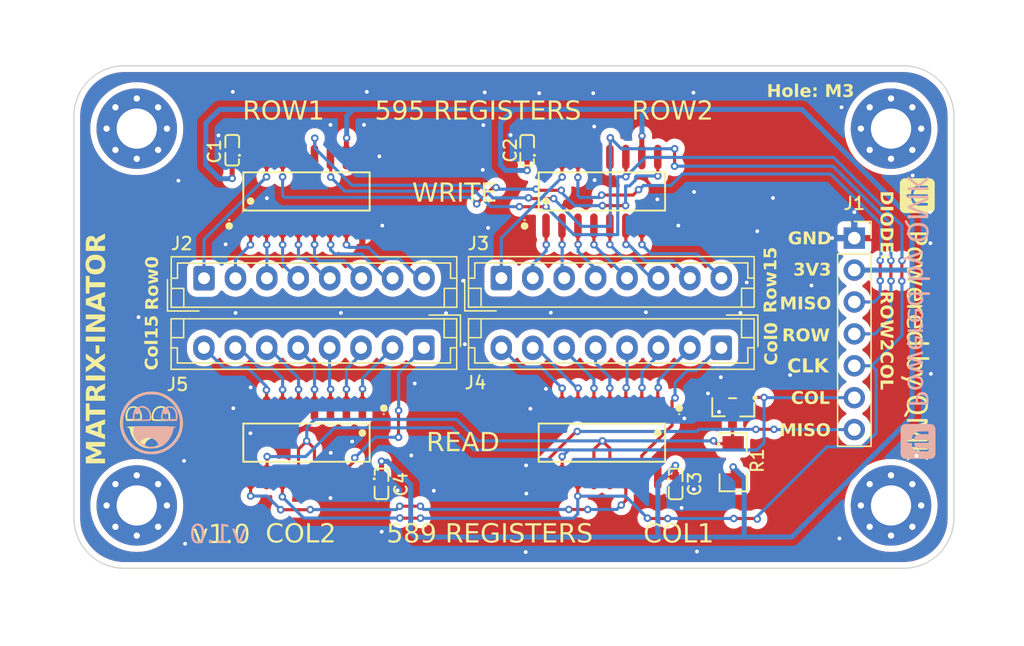
<source format=kicad_pcb>
(kicad_pcb (version 20221018) (generator pcbnew)
  (layers (0 "F.Cu" signal) (31 "B.Cu" signal) (34 "B.Paste" user) (35 "F.Paste" user) (36 "B.SilkS" user "B.Silkscreen") (37 "F.SilkS" user "F.Silkscreen") (38 "B.Mask" user) (39 "F.Mask" user) (44 "Edge.Cuts" user))
  (net 0 "")
  (net 1 "+3V3")
  (net 2 "GND")
  (net 3 "COL_CS")
  (net 4 "COL_CS_MOS")
  (net 5 "SPI_MOSI")
  (net 6 "SPI_MISO")
  (net 7 "SPI_CLK")
  (net 8 "ROW_CS")
  (net 9 "col1")
  (net 10 "col2")
  (net 11 "col3")
  (net 12 "col4")
  (net 13 "col5")
  (net 14 "col6")
  (net 15 "col7")
  (net 16 "Net-(REG-COL1-SA)")
  (net 17 "col0")
  (net 18 "col9")
  (net 19 "col10")
  (net 20 "col11")
  (net 21 "col12")
  (net 22 "col13")
  (net 23 "col14")
  (net 24 "col15")
  (net 25 "col8")
  (net 26 "row1")
  (net 27 "row2")
  (net 28 "row3")
  (net 29 "row4")
  (net 30 "row5")
  (net 31 "row6")
  (net 32 "row7")
  (net 33 "Net-(REG-ROW1-DS)")
  (net 34 "row0")
  (net 35 "row9")
  (net 36 "row10")
  (net 37 "row11")
  (net 38 "row12")
  (net 39 "row13")
  (net 40 "row14")
  (net 41 "row15")
  (net 42 "row8")
  (footprint "ct-kicad:SOT-23-3_L2.9-W1.3-P1.90-LS2.4-BR" (layer "F.Cu") (at 122.388102 77.187533 90)
    (fp_text reference "COL_CS_MOS1" hide)
    (fp_text value "2N7002")
  )
  (footprint "ct-kicad:SOIC-16_L9.9-W3.9-P1.27-LS6.0-BL" (layer "F.Cu") (at 88.5 60)
    (fp_text reference "REG-ROW1" hide)
    (fp_text value "74HC595D")
  )
  (footprint "Connector_JST:JST_EH_B8B-EH-A_1x08_P2.50mm_Vertical" (layer "F.Cu") (at 80.35 66.91)
    (fp_text reference "J2")
    (fp_text value "Conn_01x08_Socket")
  )
  (footprint "ct-kicad:SOIC-16_L9.9-W3.9-P1.27-LS6.0-BL" (layer "F.Cu") (at 88.5 80 180)
    (fp_text reference "REG-COL2" hide)
    (fp_text value "MC74HC589ADR2G")
  )
  (footprint "ct-kicad:qmk-lite" (layer "F.Cu") (at 137.1 70.06 -90)
    (fp_text reference "LOGO2" hide)
    (fp_text value "**REF" hide)
  )
  (footprint "ct-kicad:awesome-logo" (layer "F.Cu") (at 76.16 78.43)
    (fp_text reference "LOGO1" hide)
    (fp_text value "**REF" hide)
  )
  (footprint "MountingHole:MountingHole_3.2mm_M3_Pad_Via" (layer "F.Cu") (at 75 85)
    (fp_text reference "H3" hide)
    (fp_text value "MountingHole")
  )
  (footprint "ct-kicad:C0402" (layer "F.Cu") (at 82.59 56.724915 90)
    (fp_text reference "C1")
    (fp_text value "100nF")
  )
  (footprint "ct-kicad:SOIC-16_L9.9-W3.9-P1.27-LS6.0-BL" (layer "F.Cu") (at 112 80 180)
    (fp_text reference "REG-COL1" hide)
    (fp_text value "MC74HC589ADR2G")
  )
  (footprint "ct-kicad:R1206" (layer "F.Cu") (at 122.44 81.558791 -90)
    (fp_text reference "R1")
    (fp_text value "1206W4F1002T5E")
  )
  (footprint "ct-kicad:C0402" (layer "F.Cu") (at 94.47 83.274915 -90)
    (fp_text reference "C4")
    (fp_text value "100nF")
  )
  (footprint "ct-kicad:C0402" (layer "F.Cu") (at 106.05 56.724915 90)
    (fp_text reference "C2")
    (fp_text value "100nF")
  )
  (footprint "MountingHole:MountingHole_3.2mm_M3_Pad_Via" (layer "F.Cu") (at 135 55)
    (fp_text reference "H2" hide)
    (fp_text value "MountingHole")
  )
  (footprint "ct-kicad:SOIC-16_L9.9-W3.9-P1.27-LS6.0-BL" (layer "F.Cu") (at 112 60)
    (fp_text reference "REG-ROW2" hide)
    (fp_text value "74HC595D")
  )
  (footprint "ct-kicad:C0402" (layer "F.Cu") (at 117.87 83.285085 -90)
    (fp_text reference "C3")
    (fp_text value "100nF")
  )
  (footprint "Connector_JST:JST_EH_B8B-EH-A_1x08_P2.50mm_Vertical" (layer "F.Cu") (at 97.84 72.45 180)
    (fp_text reference "J5")
    (fp_text value "Conn_01x08_Socket")
  )
  (footprint "Connector_PinSocket_2.54mm:PinSocket_1x07_P2.54mm_Vertical" (layer "F.Cu") (at 132.08 63.72)
    (fp_text reference "J1")
    (fp_text value "Conn_01x07_Socket")
  )
  (footprint "MountingHole:MountingHole_3.2mm_M3_Pad_Via" (layer "F.Cu") (at 135 85)
    (fp_text reference "H4" hide)
    (fp_text value "MountingHole")
  )
  (footprint "Connector_JST:JST_EH_B8B-EH-A_1x08_P2.50mm_Vertical" (layer "F.Cu") (at 104 66.9)
    (fp_text reference "J3")
    (fp_text value "Conn_01x08_Socket")
  )
  (footprint "Connector_JST:JST_EH_B8B-EH-A_1x08_P2.50mm_Vertical" (layer "F.Cu") (at 121.5 72.45 180)
    (fp_text reference "J4")
    (fp_text value "Conn_01x08_Socket")
  )
  (footprint "MountingHole:MountingHole_3.2mm_M3_Pad_Via" (layer "F.Cu") (at 75 55)
    (fp_text reference "H1" hide)
    (fp_text value "MountingHole")
  )
  (footprint "ct-kicad:qmk-lite" (layer "B.Cu") (at 137.16 70.18 90)
    (fp_text reference "LOGO3" hide)
    (fp_text value "**REF" hide)
  )
  (footprint "ct-kicad:awesome-logo" (layer "B.Cu") (at 76.19 78.43 180)
    (fp_text reference "LOGO4" hide)
    (fp_text value "**REF" hide)
  )
  (gr_arc (start 140 86) (mid 138.828427 88.828427) (end 136 90) (stroke (width 0.1)) (layer "Edge.Cuts"))
  (gr_arc (start 70 54) (mid 71.171573 51.171573) (end 74 50) (stroke (width 0.1)) (layer "Edge.Cuts"))
  (gr_arc (start 136 50) (mid 138.828427 51.171573) (end 140 54) (stroke (width 0.1)) (layer "Edge.Cuts"))
  (gr_line (start 74 50) (end 136 50) (stroke (width 0.1)) (layer "Edge.Cuts"))
  (gr_line (start 136 90) (end 74 90) (stroke (width 0.1)) (layer "Edge.Cuts"))
  (gr_arc (start 74 90) (mid 71.171573 88.828427) (end 70 86) (stroke (width 0.1)) (layer "Edge.Cuts"))
  (gr_line (start 70 86) (end 70 54) (stroke (width 0.1)) (layer "Edge.Cuts"))
  (gr_line (start 140 54) (end 140 86) (stroke (width 0.1)) (layer "Edge.Cuts"))
  (gr_text "v1.0" (at 83.76 88.25) (layer "B.SilkS") (effects (font (size 1.5 1.5) (thickness 0.16)) (justify left bottom mirror)))
  (gr_text "Row15" (at 126.05 69.69 90) (layer "F.SilkS") (effects (font (size 1 1) (thickness 0.2) bold) (justify left bottom)))
  (gr_text "MISO" (at 130.25 69.56) (layer "F.SilkS") (effects (font (size 1 1) (thickness 0.2) bold) (justify right bottom)))
  (gr_text "v1.0" (at 79.45 88.25) (layer "F.SilkS") (effects (font (size 1.5 1.5) (thickness 0.16)) (justify left bottom)))
  (gr_text "GND" (at 130.27 64.38) (layer "F.SilkS") (effects (font (size 1 1) (thickness 0.2) bold) (justify right bottom)))
  (gr_text "3V3" (at 130.25 66.87) (layer "F.SilkS") (effects (font (size 1 1) (thickness 0.2) bold) (justify right bottom)))
  (gr_text "Row0" (at 76.86 69.46 90) (layer "F.SilkS") (effects (font (size 1 1) (thickness 0.25) bold) (justify left bottom)))
  (gr_text "COL2      589 REGISTERS      COL1" (at 85.24 88.2) (layer "F.SilkS") (effects (font (size 1.5 1.5) (thickness 0.16)) (justify left bottom)))
  (gr_text "MISO" (at 130.21 79.65) (layer "F.SilkS") (effects (font (size 1 1) (thickness 0.2) bold) (justify right bottom)))
  (gr_text "MATRIX-INATOR" (at 72.73 81.84 90) (layer "F.SilkS") (effects (font (size 1.5 1.5) (thickness 0.3) bold) (justify left bottom)))
  (gr_text "READ" (at 98.03 80.93) (layer "F.SilkS") (effects (font (size 1.5 1.5) (thickness 0.16)) (justify left bottom)))
  (gr_text "WRITE" (at 96.9 61.07) (layer "F.SilkS") (effects (font (size 1.5 1.5) (thickness 0.16)) (justify left bottom)))
  (gr_text "CLK" (at 130.04 74.6) (layer "F.SilkS") (effects (font (size 1.1 1.1) (thickness 0.2) bold) (justify right bottom)))
  (gr_text "ROW" (at 130.14 72.1) (layer "F.SilkS") (effects (font (size 1 1) (thickness 0.2) bold) (justify right bottom)))
  (gr_text "Col15" (at 76.83 74.25 90) (layer "F.SilkS") (effects (font (size 1 1) (thickness 0.25) bold) (justify left bottom)))
  (gr_text "Hole: M3" (at 125.11 52.65) (layer "F.SilkS") (effects (font (size 1 1) (thickness 0.25) bold) (justify left bottom)))
  (gr_text "COL" (at 130.15 77.09) (layer "F.SilkS") (effects (font (size 1 1) (thickness 0.2) bold) (justify right bottom)))
  (gr_text "ROW1      595 REGISTERS      ROW2" (at 83.41 54.54) (layer "F.SilkS") (effects (font (size 1.5 1.5) (thickness 0.16)) (justify left bottom)))
  (gr_text "DIODE:     ROW2COL" (at 134 59.94 270) (layer "F.SilkS") (effects (font (size 1 1) (thickness 0.2) bold) (justify left bottom)))
  (gr_text "Col0" (at 126.11 73.85 90) (layer "F.SilkS") (effects (font (size 1 1) (thickness 0.2) bold) (justify left bottom)))
  (segment (start 117.85 81.81) (end 117.85 82.72) (width 0.4) (layer "F.Cu") (net 1))
  (segment (start 122.44 81.94) (end 122.44 83.037582) (width 0.4) (layer "F.Cu") (net 1))
  (segment (start 94.47 81.48) (end 94.47 82.72983) (width 0.4) (layer "F.Cu") (net 1))
  (segment (start 82.59 57.27) (end 84.049406 57.27) (width 0.4) (layer "F.Cu") (net 1))
  (segment (start 91.675006 55.764994) (end 91.7 55.74) (width 0.4) (layer "F.Cu") (net 1))
  (segment (start 116.449424 82.74) (end 116.445009 82.735585) (width 0.4) (layer "F.Cu") (net 1))
  (segment (start 115.175006 55.594994) (end 115.19 55.58) (width 0.4) (layer "F.Cu") (net 1))
  (segment (start 117.87 82.74) (end 116.449424 82.74) (width 0.4) (layer "F.Cu") (net 1))
  (segment (start 107.549406 57.27) (end 107.554991 57.264415) (width 0.4) (layer "F.Cu") (net 1))
  (segment (start 106.05 57.27) (end 107.549406 57.27) (width 0.4) (layer "F.Cu") (net 1))
  (segment (start 94.47 82.72983) (end 92.950764 82.72983) (width 0.4) (layer "F.Cu") (net 1))
  (segment (start 91.675006 57.264415) (end 91.675006 55.764994) (width 0.4) (layer "F.Cu") (net 1))
  (segment (start 117.85 82.72) (end 117.87 82.74) (width 0.4) (layer "F.Cu") (net 1))
  (segment (start 84.049406 57.27) (end 84.054991 57.264415) (width 0.4) (layer "F.Cu") (net 1))
  (segment (start 92.950764 82.72983) (end 92.945009 82.735585) (width 0.4) (layer "F.Cu") (net 1))
  (segment (start 82.59 58.96) (end 82.59 57.27) (width 0.4) (layer "F.Cu") (net 1))
  (segment (start 106.05 57.27) (end 106.05 58.33) (width 0.4) (layer "F.Cu") (net 1))
  (segment (start 115.175006 57.264415) (end 115.175006 55.594994) (width 0.4) (layer "F.Cu") (net 1))
  (via (at 122.44 81.94) (size 0.6) (drill 0.3) (layers "F.Cu" "B.Cu") (net 1))
  (via (at 94.47 81.48) (size 0.6) (drill 0.3) (layers "F.Cu" "B.Cu") (net 1))
  (via (at 82.59 58.96) (size 0.6) (drill 0.3) (layers "F.Cu" "B.Cu") (net 1))
  (via (at 91.7 55.74) (size 0.6) (drill 0.3) (layers "F.Cu" "B.Cu") (net 1))
  (via (at 115.19 55.58) (size 0.6) (drill 0.3) (layers "F.Cu" "B.Cu") (net 1))
  (via (at 106.05 58.33) (size 0.6) (drill 0.3) (layers "F.Cu" "B.Cu") (net 1))
  (via (at 117.85 81.81) (size 0.6) (drill 0.3) (layers "F.Cu" "B.Cu") (net 1))
  (segment (start 96.79 87.15) (end 96.79 83.34) (width 0.4) (layer "B.Cu") (net 1))
  (segment (start 136.68 66.26) (end 136.68 66.98) (width 0.4) (layer "B.Cu") (net 1))
  (segment (start 96.79 83.34) (end 94.94 81.49) (width 0.4) (layer "B.Cu") (net 1))
  (segment (start 116.45 87.52) (end 97.16 87.52) (width 0.4) (layer "B.Cu") (net 1))
  (segment (start 115.19 55.58) (end 115.19 53.94) (width 0.4) (layer "B.Cu") (net 1))
  (segment (start 116.45 86.05) (end 116.45 87.52) (width 0.4) (layer "B.Cu") (net 1))
  (segment (start 123.27 87.52) (end 116.45 87.52) (width 0.4) (layer "B.Cu") (net 1))
  (segment (start 104.36 58.33) (end 103.94 57.91) (width 0.4) (layer "B.Cu") (net 1))
  (segment (start 122.44 81.94) (end 123.32 82.82) (width 0.4) (layer "B.Cu") (net 1))
  (segment (start 103.94 57.91) (end 103.94 54.52) (width 0.4) (layer "B.Cu") (net 1))
  (segment (start 106.05 58.33) (end 104.36 58.33) (width 0.4) (layer "B.Cu") (net 1))
  (segment (start 81.59 58.99) (end 82.56 58.99) (width 0.4) (layer "B.Cu") (net 1))
  (segment (start 117.85 81.81) (end 116.45 83.21) (width 0.4) (layer "B.Cu") (net 1))
  (segment (start 92.23 53.47) (end 81.59 53.47) (width 0.4) (layer "B.Cu") (net 1))
  (segment (start 136.68 66.98) (end 136.68 77.94) (width 0.4) (layer "B.Cu") (net 1))
  (segment (start 123.32 86.05) (end 123.32 87.47) (width 0.4) (layer "B.Cu") (net 1))
  (segment (start 80.49 56.47) (end 80.49 57.89) (width 0.4) (layer "B.Cu") (net 1))
  (segment (start 136.68 77.94) (end 127.11 87.51) (width 0.4) (layer "B.Cu") (net 1))
  (segment (start 115.66 53.47) (end 104.99 53.47) (width 0.4) (layer "B.Cu") (net 1))
  (segment (start 123.36 87.51) (end 123.32 87.47) (width 0.4) (layer "B.Cu") (net 1))
  (segment (start 91.7 54) (end 92.23 53.47) (width 0.4) (layer "B.Cu") (net 1))
  (segment (start 80.49 57.89) (end 81.59 58.99) (width 0.4) (layer "B.Cu") (net 1))
  (segment (start 123.32 87.47) (end 123.27 87.52) (width 0.4) (layer "B.Cu") (net 1))
  (segment (start 132.08 66.26) (end 136.68 66.26) (width 0.4) (layer "B.Cu") (net 1))
  (segment (start 103.94 54.52) (end 104.99 53.47) (width 0.4) (layer "B.Cu") (net 1))
  (segment (start 123.32 82.82) (end 123.32 86.05) (width 0.4) (layer "B.Cu") (net 1))
  (segment (start 94.94 81.49) (end 94.48 81.49) (width 0.4) (layer "B.Cu") (net 1))
  (segment (start 136.68 66.98) (end 136.67 66.97) (width 0.4) (layer "B.Cu") (net 1))
  (segment (start 104.99 53.47) (end 92.23 53.47) (width 0.4) (layer "B.Cu") (net 1))
  (segment (start 80.49 54.57) (end 80.49 56.47) (width 0.4) (layer "B.Cu") (net 1))
  (segment (start 91.7 55.74) (end 91.7 54) (width 0.4) (layer "B.Cu") (net 1))
  (segment (start 115.19 53.94) (end 115.66 53.47) (width 0.4) (layer "B.Cu") (net 1))
  (segment (start 81.59 53.47) (end 80.49 54.57) (width 0.4) (layer "B.Cu") (net 1))
  (segment (start 136.67 66.97) (end 136.67 62.23) (width 0.4) (layer "B.Cu") (net 1))
  (segment (start 94.48 81.49) (end 94.47 81.48) (width 0.4) (layer "B.Cu") (net 1))
  (segment (start 82.56 58.99) (end 82.59 58.96) (width 0.4) (layer "B.Cu") (net 1))
  (segment (start 116.45 83.21) (end 116.45 86.05) (width 0.4) (layer "B.Cu") (net 1))
  (segment (start 127.91 53.47) (end 115.66 53.47) (width 0.4) (layer "B.Cu") (net 1))
  (segment (start 127.11 87.51) (end 123.36 87.51) (width 0.4) (layer "B.Cu") (net 1))
  (segment (start 97.16 87.52) (end 96.79 87.15) (width 0.4) (layer "B.Cu") (net 1))
  (segment (start 136.67 62.23) (end 127.91 53.47) (width 0.4) (layer "B.Cu") (net 1))
  (segment (start 95.73 83.82) (end 95.75 83.8) (width 0.4) (layer "F.Cu") (net 2))
  (segment (start 117.87 84.72) (end 118.34 85.19) (width 0.4) (layer "F.Cu") (net 2))
  (segment (start 94.47 87.08) (end 94.48 87.09) (width 0.4) (layer "F.Cu") (net 2))
  (segment (start 82.59 56.17983) (end 82.59 54.7) (width 0.4) (layer "F.Cu") (net 2))
  (segment (start 117.87 83.83017) (end 119.18983 83.83017) (width 0.4) (layer "F.Cu") (net 2))
  (segment (start 94.47 83.82) (end 94.47 87.08) (width 0.4) (layer "F.Cu") (net 2))
  (segment (start 82.59 56.17983) (end 82.13983 56.17983) (width 0.4) (layer "F.Cu") (net 2))
  (segment (start 106.05 56.17983) (end 106.05 54.52) (width 0.4) (layer "F.Cu") (net 2))
  (segment (start 94.47 83.82) (end 95.73 83.82) (width 0.4) (layer "F.Cu") (net 2))
  (segment (start 82.13983 56.17983) (end 81.5 55.54) (width 0.4) (layer "F.Cu") (net 2))
  (segment (start 119.18983 83.83017) (end 119.31 83.71) (width 0.4) (layer "F.Cu") (net 2))
  (segment (start 106.05 54.52) (end 106.07 54.5) (width 0.4) (layer "F.Cu") (net 2))
  (segment (start 106.05 56.17983) (end 105.40983 56.17983) (width 0.4) (layer "F.Cu") (net 2))
  (segment (start 117.87 83.83017) (end 117.87 84.72) (width 0.4) (layer "F.Cu") (net 2))
  (segment (start 105.40983 56.17983) (end 104.74 55.51) (width 0.4) (layer "F.Cu") (net 2))
  (via (at 78.31 59.14) (size 0.6) (drill 0.3) (layers "F.Cu" "B.Cu") (net 2))
  (via (at 90.43 80.81) (size 0.6) (drill 0.3) (layers "F.Cu" "B.Cu") (net 2))
  (via (at 102.52 58.28) (size 0.6) (drill 0.3) (layers "F.Cu" "B.Cu") (net 2))
  (via (at 105.97 81.81) (size 0.6) (drill 0.3) (layers "F.Cu" "B.Cu") (net 2))
  (via (at 95.75 83.8) (size 0.6) (drill 0.3) (layers "F.Cu" "B.Cu") (net 2))
  (via (at 130.31 63.71) (size 0.6) (drill 0.3) (layers "F.Cu" "B.Cu") (net 2))
  (via (at 78.76 81.45) (size 0.6) (drill 0.3) (layers "F.Cu" "B.Cu") (net 2))
  (via (at 120.44 76.08) (size 0.6) (drill 0.3) (layers "F.Cu" "B.Cu") (net 2))
  (via (at 123.52 67.25) (size 0.6) (drill 0.3) (layers "F.Cu" "B.Cu") (net 2))
  (via (at 106.31 77.3) (size 0.6) (drill 0.3) (layers "F.Cu" "B.Cu") (net 2))
  (via (at 119.56 88.67) (size 0.6) (drill 0.3) (layers "F.Cu" "B.Cu") (net 2))
  (via (at 94.53 62.72) (size 0.6) (drill 0.3) (layers "F.Cu" "B.Cu") (net 2))
  (via (at 97.11 75.29) (size 0.6) (drill 0.3) (layers "F.Cu" "B.Cu") (net 2))
  (via (at 90.41 84.41) (size 0.6) (drill 0.3) (layers "F.Cu" "B.Cu") (net 2))
  (via (at 107.94 69.65) (size 0.6) (drill 0.3) (layers "F.Cu" "B.Cu") (net 2))
  (via (at 84.06 75.6) (size 0.6) (drill 0.3) (layers "F.Cu" "B.Cu") (net 2))
  (via (at 91.24 69.67) (size 0.6) (drill 0.3) (layers "F.Cu" "B.Cu") (net 2))
  (via (at 85.35 60.54) (size 0.6) (drill 0.3) (layers "F.Cu" "B.Cu") (net 2))
  (via (at 125.61 60.52) (size 0.6) (drill 0.3) (layers "F.Cu" "B.Cu") (net 2))
  (via (at 123.02 69.67) (size 0.6) (drill 0.3) (layers "F.Cu" "B.Cu") (net 2))
  (via (at 138.17 74.52) (size 0.6) (drill 0.3) (layers "F.Cu" "B.Cu") (net 2))
  (via (at 96.84 81.02) (size 0.6) (drill 0.3) (layers "F.Cu" "B.Cu") (net 2))
  (via (at 81.5 55.54) (size 0.6) (drill 0.3) (layers "F.Cu" "B.Cu") (net 2))
  (via (at 119.28 52.14) (size 0.6) (drill 0.3) (layers "F.Cu" "B.Cu") (net 2))
  (via (at 138.11 61.65) (size 0.6) (drill 0.3) (layers "F.Cu" "B.Cu") (net 2))
  (via (at 130.9 87.63) (size 0.6) (drill 0.3) (layers "F.Cu" "B.Cu") (net 2))
  (via (at 102.95 62.9) (size 0.6) (drill 0.3) (layers "F.Cu" "B.Cu") (net 2))
  (via (at 115.5 69.62) (size 0.6) (drill 0.3) (layers "F.Cu" "B.Cu") (net 2))
  (via (at 132.08 61.65) (size 0.6) (drill 0.3) (layers "F.Cu" "B.Cu") (net 2))
  (via (at 102.57 54.72) (size 0.6) (drill 0.3) (layers "F.Cu" "B.Cu") (net 2))
  (via (at 78.84 88.05) (size 0.6) (drill 0.3) (layers "F.Cu" "B.Cu") (net 2))
  (via (at 94.48 87.09) (size 0.6) (drill 0.3) (layers "F.Cu" "B.Cu") (net 2))
  (via (at 124.36 63.17) (size 0.6) (drill 0.3) (layers "F.Cu" "B.Cu") (net 2))
  (via (at 82.64 52.07) (size 0.6) (drill 0.3) (layers "F.Cu" "B.Cu") (net 2))
  (via (at 119.31 83.71) (size 0.6) (drill 0.3) (layers "F.Cu" "B.Cu") (net 2))
  (via (at 118.08 62.72) (size 0.6) (drill 0.3) (layers "F.Cu" "B.Cu") (net 2))
  (via (at 93.08 54.7) (size 0.6) (drill 0.3) (layers "F.Cu" "B.Cu") (net 2))
  (via (at 104.74 55.51) (size 0.6) (drill 0.3) (layers "F.Cu" "B.Cu") (net 2))
  (via (at 82.86 69.67) (size 0.6) (drill 0.3) (layers "F.Cu" "B.Cu") (net 2))
  (via (at 84.04 79.25) (size 0.6) (drill 0.3) (layers "F.Cu" "B.Cu") (net 2))
  (via (at 100.96 67.11) (size 0.6) (drill 0.3) (layers "F.Cu" "B.Cu") (net 2))
  (via (at 118.34 85.19) (size 0.6) (drill 0.3) (layers "F.Cu" "B.Cu") (net 2))
  (via (at 105.99 84.05) (size 0.6) (drill 0.3) (layers "F.Cu" "B.Cu") (net 2))
  (via (at 131.06 53.3) (size 0.6) (drill 0.3) (layers "F.Cu" "B.Cu") (net 2))
  (via (at 111.39 54.83) (size 0.6) (drill 0.3) (layers "F.Cu" "B.Cu") (net 2))
  (via (at 102.68 52.12) (size 0.6) (drill 0.3) (layers "F.Cu" "B.Cu") (net 2))
  (via (at 101.1 72.16) (size 0.6) (drill 0.3) (layers "F.Cu" "B.Cu") (net 2))
  (via (at 118.56 78.07) (size 0.6) (drill 0.3) (layers "F.Cu" "B.Cu") (net 2))
  (via (at 82.68 77.26) (size 0.6) (drill 0.3) (layers "F.Cu" "B.Cu") (net 2))
  (via (at 111.42 59.1) (size 0.6) (drill 0.3) (layers "F.Cu" "B.Cu") (net 2))
  (via (at 121.32 77.55) (size 0.6) (drill 0.3) (layers "F.Cu" "B.Cu") (net 2))
  (via (at 128.67 67.49) (size 0.6) (drill 0.3) (layers "F.Cu" "B.Cu") (net 2))
  (via (at 111.31 52.18) (size 0.6) (drill 0.3) (layers "F.Cu" "B.Cu") (net 2))
  (via (at 90.41 54.7) (size 0.6) (drill 0.3) (layers "F.Cu" "B.Cu") (net 2))
  (via (at 107.01 52.18) (size 0.6) (drill 0.3) (layers "F.Cu" "B.Cu") (net 2))
  (via (at 82.07 64.21) (size 0.6) (drill 0.3) (layers "F.Cu" "B.Cu") (net 2))
  (via (at 105.94 88.71) (size 0.6) (drill 0.3) (layers "F.Cu" "B.Cu") (net 2))
  (via (at 75.14 70.01) (size 0.6) (drill 0.3) (layers "F.Cu" "B.Cu") (net 2))
  (via (at 93.3 52.07) (size 0.6) (drill 0.3) (layers "F.Cu" "B.Cu") (net 2))
  (via (at 119.33 60.04) (size 0.6) (drill 0.3) (layers "F.Cu" "B.Cu") (net 2))
  (via (at 99.6 69.69) (size 0.6) (drill 0.3) (layers "F.Cu" "B.Cu") (net 2))
  (via (at 137.03 81.05) (size 0.6) (drill 0.3) (layers "F.Cu" "B.Cu") (net 2))
  (via (at 136.72 58.73) (size 0.6) (drill 0.3) (layers "F.Cu" "B.Cu") (net 2))
  (via (at 107.55 75.72) (size 0.6) (drill 0.3) (layers "F.Cu" "B.Cu") (net 2))
  (via (at 126.97 74.62) (size 0.6) (drill 0.3) (layers "F.Cu" "B.Cu") (net 2))
  (via (at 121.46 74.79) (size 0.6) (drill 0.3) (layers "F.Cu" "B.Cu") (net 2))
  (via (at 92.13 79.91) (size 0.6) (drill 0.3) (layers "F.Cu" "B.Cu") (net 2))
  (via (at 138.13 64.12) (size 0.6) (drill 0.3) (layers "F.Cu" "B.Cu") (net 2))
  (via (at 94.3 57.21) (size 0.6) (drill 0.3) (layers "F.Cu" "B.Cu") (net 2))
  (via (at 116.41 60.63) (size 0.6) (drill 0.3) (layers "F.Cu" "B.Cu") (net 2))
  (via (at 98.63 83.83) (size 0.6) (drill 0.3) (layers "F.Cu" "B.Cu") (net 2))
  (segment (start 85.37 82.690579) (end 85.324994 82.735585) (width 0.25) (layer "F.Cu") (net 3))
  (segment (start 124.9 76.4) (end 123.550531 76.4) (width 0.25) (layer "F.Cu") (net 3))
  (segment (start 108.84 82.720579) (end 108.824994 82.735585) (width 0.25) (layer "F.Cu") (net 3))
  (segment (start 108.84 81.1) (end 108.84 82.720579) (width 0.25) (layer "F.Cu") (net 3))
  (segment (start 123.550531 76.4) (end 123.338064 76.187533) (width 0.25) (layer "F.Cu") (net 3))
  (segment (start 85.37 81.11) (end 85.37 82.690579) (width 0.25) (layer "F.Cu") (net 3))
  (via (at 85.37 81.11) (size 0.6) (drill 0.3) (layers "F.Cu" "B.Cu") (net 3))
  (via (at 124.9 76.4) (size 0.6) (drill 0.3) (layers "F.Cu" "B.Cu") (net 3))
  (via (at 108.84 81.1) (size 0.6) (drill 0.3) (layers "F.Cu" "B.Cu") (net 3))
  (segment (start 109.36 80.58) (end 108.84 81.1) (width 0.25) (layer "B.Cu") (net 3))
  (segment (start 100.07 78.82) (end 90.72 78.82) (width 0.25) (layer "B.Cu") (net 3))
  (segment (start 124.9 76.4) (end 124.9 80.01) (width 0.25) (layer "B.Cu") (net 3))
  (segment (start 101.83 80.58) (end 100.07 78.82) (width 0.25) (layer "B.Cu") (net 3))
  (segment (start 90.72 78.82) (end 88.43 81.11) (width 0.25) (layer "B.Cu") (net 3))
  (segment (start 109.36 80.58) (end 101.83 80.58) (width 0.25) (layer "B.Cu") (net 3))
  (segment (start 124.9 80.01) (end 124.33 80.58) (width 0.25) (layer "B.Cu") (net 3))
  (segment (start 88.43 81.11) (end 85.37 81.11) (width 0.25) (layer "B.Cu") (net 3))
  (segment (start 124.9 76.4) (end 124.92 76.42) (width 0.25) (layer "B.Cu") (net 3))
  (segment (start 124.33 80.58) (end 109.36 80.58) (width 0.25) (layer "B.Cu") (net 3))
  (segment (start 124.92 76.42) (end 132.08 76.42) (width 0.25) (layer "B.Cu") (net 3))
  (segment (start 88.52 79.87) (end 89.135001 80.485001) (width 0.25) (layer "F.Cu") (net 4))
  (segment (start 88.52 79.87) (end 87.864999 80.525001) (width 0.25) (layer "F.Cu") (net 4))
  (segment (start 122.388102 78.187533) (end 122.388102 80.028102) (width 0.25) (layer "F.Cu") (net 4))
  (segment (start 87.864999 80.525001) (end 87.864999 82.735585) (width 0.25) (layer "F.Cu") (net 4))
  (segment (start 89.135001 80.485001) (end 89.135001 82.735585) (width 0.25) (layer "F.Cu") (net 4))
  (segment (start 112.04 79.86) (end 111.364999 80.535001) (width 0.25) (layer "F.Cu") (net 4))
  (segment (start 112.635001 80.455001) (end 112.635001 82.735585) (width 0.25) (layer "F.Cu") (net 4))
  (segment (start 121.11 80.08) (end 122.44 80.08) (width 0.25) (layer "F.Cu") (net 4))
  (segment (start 111.364999 80.535001) (end 111.364999 82.735585) (width 0.25) (layer "F.Cu") (net 4))
  (segment (start 122.388102 80.028102) (end 122.44 80.08) (width 0.25) (layer "F.Cu") (net 4))
  (segment (start 120.88 79.85) (end 121.11 80.08) (width 0.25) (layer "F.Cu") (net 4))
  (segment (start 112.04 79.86) (end 112.635001 80.455001) (width 0.25) (layer "F.Cu") (net 4))
  (via (at 112.04 79.86) (size 0.6) (drill 0.3) (layers "F.Cu" "B.Cu") (net 4))
  (via (at 120.88 79.85) (size 0.6) (drill 0.3) (layers "F.Cu" "B.Cu") (net 4))
  (via (at 88.52 79.87) (size 0.6) (drill 0.3) (layers "F.Cu" "B.Cu") (net 4))
  (segment (start 112.04 79.86) (end 102.14 79.86) (width 0.25) (layer "B.Cu") (net 4))
  (segment (start 120.87 79.86) (end 112.04 79.86) (width 0.25) (layer "B.Cu") (net 4))
  (segment (start 100.43 78.15) (end 89.17 78.15) (width 0.25) (layer "B.Cu") (net 4))
  (segment (start 89.17 78.15) (end 88.52 78.8) (width 0.25) (layer "B.Cu") (net 4))
  (segment (start 102.14 79.86) (end 100.43 78.15) (width 0.25) (layer "B.Cu") (net 4))
  (segment (start 88.52 78.8) (end 88.52 79.87) (width 0.25) (layer "B.Cu") (net 4))
  (segment (start 120.88 79.85) (end 120.87 79.86) (width 0.25) (layer "B.Cu") (net 4))
  (segment (start 114.49 60.29) (end 114.92 59.86) (width 0.25) (layer "F.Cu") (net 5))
  (segment (start 110.094996 57.264415) (end 110.094996 58.875004) (width 0.25) (layer "F.Cu") (net 5))
  (segment (start 110.094996 58.875004) (end 110.09 58.88) (width 0.25) (layer "F.Cu") (net 5))
  (segment (start 134.14 65.5) (end 134.14 67.11) (width 0.25) (layer "F.Cu") (net 5))
  (segment (start 111.98 60.29) (end 114.49 60.29) (width 0.25) (layer "F.Cu") (net 5))
  (via (at 134.14 67.11) (size 0.6) (drill 0.3) (layers "F.Cu" "B.Cu") (net 5))
  (via (at 114.92 59.86) (size 0.6) (drill 0.3) (layers "F.Cu" "B.Cu") (net 5))
  (via (at 134.14 65.5) (size 0.6) (drill 0.3) (layers "F.Cu" "B.Cu") (net 5))
  (via (at 110.09 58.88) (size 0.6) (drill 0.3) (layers "F.Cu" "B.Cu") (net 5))
  (via (at 111.98 60.29) (size 0.6) (drill 0.3) (layers "F.Cu" "B.Cu") (net 5))
  (segment (start 130.2 58.61) (end 134.2 62.61) (width 0.25) (layer "B.Cu") (net 5))
  (segment (start 115.3 59.53) (end 117.49 59.53) (width 0.25) (layer "B.Cu") (net 5))
  (segment (start 134.14 68.32) (end 133.66 68.8) (width 0.25) (layer "B.Cu") (net 5))
  (segment (start 133.66 68.8) (end 132.08 68.8) (width 0.25) (layer "B.Cu") (net 5))
  (segment (start 110.09 60.32) (end 110.25 60.48) (width 0.25) (layer "B.Cu") (net 5))
  (segment (start 134.2 62.61) (end 134.2 65.44) (width 0.25) (layer "B.Cu") (net 5))
  (segment (start 110.25 60.48) (end 111.79 60.48) (width 0.25) (layer "B.Cu") (net 5))
  (segment (start 117.49 59.53) (end 118.41 58.61) (width 0.25) (layer "B.Cu") (net 5))
  (segment (start 111.79 60.48) (end 111.98 60.29) (width 0.25) (layer "B.Cu") (net 5))
  (segment (start 118.41 58.61) (end 130.2 58.61) (width 0.25) (layer "B.Cu") (net 5))
  (segment (start 110.09 58.88) (end 110.09 60.32) (width 0.25) (layer "B.Cu") (net 5))
  (segment (start 114.92 59.86) (end 114.97 59.86) (width 0.25) (layer "B.Cu") (net 5))
  (segment (start 134.2 65.44) (end 134.14 65.5) (width 0.25) (layer "B.Cu") (net 5))
  (segment (start 114.97 59.86) (end 115.3 59.53) (width 0.25) (layer "B.Cu") (net 5))
  (segment (start 134.14 67.11) (end 134.14 68.32) (width 0.25) (layer "B.Cu") (net 5))
  (segment (start 107.554991 81.501125) (end 107.554991 82.735585) (width 0.25) (layer "F.Cu") (net 6))
  (segment (start 125.69 78.94) (end 124.25 78.94) (width 0.25) (layer "F.Cu") (net 6))
  (segment (start 110.04 79.11) (end 109.946116 79.11) (width 0.25) (layer "F.Cu") (net 6))
  (segment (start 109.946116 79.11) (end 107.554991 81.501125) (width 0.25) (layer "F.Cu") (net 6))
  (via (at 110.04 79.11) (size 0.6) (drill 0.3) (layers "F.Cu" "B.Cu") (net 6))
  (via (at 124.25 78.94) (size 0.6) (drill 0.3) (layers "F.Cu" "B.Cu") (net 6))
  (via (at 125.69 78.94) (size 0.6) (drill 0.3) (layers "F.Cu" "B.Cu") (net 6))
  (segment (start 124.25 78.94) (end 119.72 78.94) (width 0.25) (layer "B.Cu") (net 6))
  (segment (start 125.71 78.96) (end 125.69 78.94) (width 0.25) (layer "B.Cu") (net 6))
  (segment (start 119.55 79.11) (end 110.04 79.11) (width 0.25) (layer "B.Cu") (net 6))
  (segment (start 119.72 78.94) (end 119.55 79.11) (width 0.25) (layer "B.Cu") (net 6))
  (segment (start 132.08 78.96) (end 125.71 78.96) (width 0.25) (layer "B.Cu") (net 6))
  (segment (start 86.58 84.31) (end 86.58 82.750581) (width 0.25) (layer "F.Cu") (net 7))
  (segment (start 124.36 86.08) (end 124.318534 86.038534) (width 0.25) (layer "F.Cu") (net 7))
  (segment (start 135.86 67.14) (end 135.86 65.52) (width 0.25) (layer "F.Cu") (net 7))
  (segment (start 90.43 57.289411) (end 90.405004 57.264415) (width 0.25) (layer "F.Cu") (net 7))
  (segment (start 115.66 86.04) (end 115.63 86.01) (width 0.25) (layer "F.Cu") (net 7))
  (segment (start 124.318534 86.038534) (end 122.49 86.038534) (width 0.25) (layer "F.Cu") (net 7))
  (segment (start 110.08 84.26) (end 110.08 82.750581) (width 0.25) (layer "F.Cu") (net 7))
  (segment (start 97.57 86.01) (end 95.94 86.01) (width 0.25) (layer "F.Cu") (net 7))
  (segment (start 107.55 61.22) (end 105.45 61.22) (width 0.25) (layer "F.Cu") (net 7))
  (segment (start 135.86 65.52) (end 135.87 65.51) (width 0.25) (layer "F.Cu") (net 7))
  (segment (start 117.24 86.04) (end 115.66 86.04) (width 0.25) (layer "F.Cu") (net 7))
  (segment (start 105.45 61.22) (end 105.44 61.21) (width 0.25) (layer "F.Cu") (net 7))
  (segment (start 113.91 57.269411) (end 113.905004 57.264415) (width 0.25) (layer "F.Cu") (net 7))
  (segment (start 86.58 82.750581) (end 86.594996 82.735585) (width 0.25) (layer "F.Cu") (net 7))
  (segment (start 90.43 58.86) (end 90.43 57.289411) (width 0.25) (layer "F.Cu") (net 7))
  (segment (start 95.94 86.01) (end 95.93 86) (width 0.25) (layer "F.Cu") (net 7))
  (segment (start 110.08 82.750581) (end 110.094996 82.735585) (width 0.25) (layer "F.Cu") (net 7))
  (segment (start 113.91 58.83) (end 113.91 57.269411) (width 0.25) (layer "F.Cu") (net 7))
  (via (at 90.43 58.86) (size 0.6) (drill 0.3) (layers "F.Cu" "B.Cu") (net 7))
  (via (at 113.91 58.83) (size 0.6) (drill 0.3) (layers "F.Cu" "B.Cu") (net 7))
  (via (at 110.08 84.26) (size 0.6) (drill 0.3) (layers "F.Cu" "B.Cu") (net 7))
  (via (at 107.55 61.22) (size 0.6) (drill 0.3) (layers "F.Cu" "B.Cu") (net 7))
  (via (at 95.93 86) (size 0.6) (drill 0.3) (layers "F.Cu" "B.Cu") (net 7))
  (via (at 105.44 61.21) (size 0.6) (drill 0.3) (layers "F.Cu" "B.Cu") (net 7))
  (via (at 117.24 86.04) (size 0.6) (drill 0.3) (layers "F.Cu" "B.Cu") (net 7))
  (via (at 86.58 84.31) (size 0.6) (drill 0.3) (layers "F.Cu" "B.Cu") (net 7))
  (via (at 135.86 67.14) (size 0.6) (drill 0.3) (layers "F.Cu" "B.Cu") (net 7))
  (via (at 135.87 65.51) (size 0.6) (drill 0.3) (layers "F.Cu" "B.Cu") (net 7))
  (via (at 124.36 86.08) (size 0.6) (drill 0.3) (layers "F.Cu" "B.Cu") (net 7))
  (via (at 115.63 86.01) (size 0.6) (drill 0.3) (layers "F.Cu" "B.Cu") (net 7))
  (via (at 122.49 86.038534) (size 0.6) (drill 0.3) (layers "F.Cu" "B.Cu") (net 7))
  (via (at 97.57 86.01) (size 0.6) (drill 0.3) (layers "F.Cu" "B.Cu") (net 7))
  (segment (start 135.87 71.48) (end 133.47 73.88) (width 0.25) (layer "B.Cu") (net 7))
  (segment (start 95.93 86) (end 88.27 86) (width 0.25) (layer "B.Cu") (net 7))
  (segment (start 122.49 86.038534) (end 117.241466 86.038534) (width 0.25) (layer "B.Cu") (net 7))
  (segment (start 113.26 58.83) (end 113.26 63.44) (width 0.25) (layer "B.Cu") (net 7))
  (segment (start 135.86 67.14) (end 135.87 67.15) (width 0.25) (layer "B.Cu") (net 7))
  (segment (start 113.91 58.83) (end 113.26 58.83) (width 0.25) (layer "B.Cu") (net 7))
  (segment (start 130.43 57.29) (end 115.45 57.29) (width 0.25) (layer "B.Cu") (net 7))
  (segment (start 101.92 59.98) (end 91.55 59.98) (width 0.25) (layer "B.Cu") (net 7))
  (segment (start 97.58 86.02) (end 97.57 86.01) (width 0.25) (layer "B.Cu") (net 7))
  (segment (start 88.27 86) (end 86.58 84.31) (width 0.25) (layer "B.Cu") (net 7))
  (segment (start 132.08 73.88) (end 133.47 73.88) (width 0.25) (layer "B.Cu") (net 7))
  (segment (start 133.82 79.22) (end 133.82 74.23) (width 0.25) (layer "B.Cu") (net 7))
  (segment (start 105.44 61.21) (end 103.15 61.21) (width 0.25) (layer "B.Cu") (net 7))
  (segment (start 115.63 86.01) (end 113.88 84.26) (width 0.25) (layer "B.Cu") (net 7))
  (segment (start 109.73 86.02) (end 97.58 86.02) (width 0.25) (layer "B.Cu") (net 7))
  (segment (start 117.241466 86.038534) (end 117.24 86.04) (width 0.25) (layer "B.Cu") (net 7))
  (segment (start 135.87 62.73) (end 130.43 57.29) (width 0.25) (layer "B.Cu") (net 7))
  (segment (start 103.15 61.21) (end 101.92 59.98) (width 0.25) (layer "B.Cu") (net 7))
  (segment (start 115.45 57.29) (end 113.91 58.83) (width 0.25) (layer "B.Cu") (net 7))
  (segment (start 135.87 65.51) (end 135.87 62.73) (width 0.25) (layer "B.Cu") (net 7))
  (segment (start 91.55 59.98) (end 90.43 58.86) (width 0.25) (layer "B.Cu") (net 7))
  (segment (start 110.08 84.26) (end 110.08 85.67) (width 0.25) (layer "B.Cu") (net 7))
  (segment (start 132.71 80.33) (end 133.82 79.22) (width 0.25) (layer "B.Cu") (net 7))
  (segment (start 113.26 63.44) (end 109.77 63.44) (width 0.25) (layer "B.Cu") (net 7))
  (segment (start 124.36 85.87) (end 129.9 80.33) (width 0.25) (layer "B.Cu") (net 7))
  (segment (start 135.87 67.15) (end 135.87 71.48) (width 0.25) (layer "B.Cu") (net 7))
  (segment (start 124.36 86.08) (end 124.36 85.87) (width 0.25) (layer "B.Cu") (net 7))
  (segment (start 113.88 84.26) (end 110.08 84.26) (width 0.25) (layer "B.Cu") (net 7))
  (segment (start 110.08 85.67) (end 109.73 86.02) (width 0.25) (layer "B.Cu") (net 7))
  (segment (start 109.77 63.44) (end 107.55 61.22) (width 0.25) (layer "B.Cu") (net 7))
  (segment (start 129.9 80.33) (end 132.71 80.33) (width 0.25) (layer "B.Cu") (net 7))
  (segment (start 133.82 74.23) (end 133.47 73.88) (width 0.25) (layer "B.Cu") (net 7))
  (segment (start 135 67.13) (end 134.99 67.12) (width 0.25) (layer "F.Cu") (net 8))
  (segment (start 89.16 57.239416) (end 89.135001 57.264415) (width 0.25) (layer "F.Cu") (net 8))
  (segment (start 108.16 60.57) (end 106.22 60.57) (width 0.25) (layer "F.Cu") (net 8))
  (segment (start 89.16 55.76) (end 89.16 57.239416) (width 0.25) (layer "F.Cu") (net 8))
  (segment (start 117.78 57.99) (end 117.78 56.61) (width 0.25) (layer "F.Cu") (net 8))
  (segment (start 112.67 55.73) (end 112.67 57.229416) (width 0.25) (layer "F.Cu") (net 8))
  (segment (start 117.78 56.61) (end 117.79 56.6) (width 0.25) (layer "F.Cu") (net 8))
  (segment (start 134.99 67.12) (end 134.99 65.51) (width 0.25) (layer "F.Cu") (net 8))
  (segment (start 112.67 57.229416) (end 112.635001 57.264415) (width 0.25) (layer "F.Cu") (net 8))
  (segment (start 106.22 60.57) (end 106.16 60.51) (width 0.25) (layer "F.Cu") (net 8))
  (via (at 117.79 56.6) (size 0.6) (drill 0.3) (layers "F.Cu" "B.Cu") (net 8))
  (via (at 117.78 57.99) (size 0.6) (drill 0.3) (layers "F.Cu" "B.Cu") (net 8))
  (via (at 89.16 55.76) (size 0.6) (drill 0.3) (layers "F.Cu" "B.Cu") (net 8))
  (via (at 135 67.13) (size 0.6) (drill 0.3) (layers "F.Cu" "B.Cu") (net 8))
  (via (at 106.16 60.51) (size 0.6) (drill 0.3) (layers "F.Cu" "B.Cu") (net 8))
  (via (at 112.67 55.73) (size 0.6) (drill 0.3) (layers "F.Cu" "B.Cu") (net 8))
  (via (at 108.16 60.57) (size 0.6) (drill 0.3) (layers "F.Cu" "B.Cu") (net 8))
  (via (at 134.99 65.51) (size 0.6) (drill 0.3) (layers "F.Cu" "B.Cu") (net 8))
  (segment (start 110.37 62.78) (end 108.16 60.57) (width 0.25) (layer "B.Cu") (net 8))
  (segment (start 134.99 65.51) (end 134.99 62.6) (width 0.25) (layer "B.Cu") (net 8))
  (segment (start 92.12 59.51) (end 89.16 56.55) (width 0.25) (layer "B.Cu") (net 8))
  (segment (start 89.16 56.55) (end 89.16 55.76) (width 0.25) (layer "B.Cu") (net 8))
  (segment (start 103.32 60.51) (end 102.32 59.51) (width 0.25) (layer "B.Cu") (net 8))
  (segment (start 134.99 70.07) (end 133.72 71.34) (width 0.25) (layer "B.Cu") (net 8))
  (segment (start 112.67 62.78) (end 110.37 62.78) (width 0.25) (layer "B.Cu") (net 8))
  (segment (start 133.72 71.34) (end 132.08 71.34) (width 0.25) (layer "B.Cu") (net 8))
  (segment (start 106.16 60.51) (end 103.32 60.51) (width 0.25) (layer "B.Cu") (net 8))
  (segment (start 130.38 57.99) (end 117.78 57.99) (width 0.25) (layer "B.Cu") (net 8))
  (segment (start 134.99 67.14) (end 134.99 70.07) (width 0.25) (layer "B.Cu") (net 8))
  (segment (start 135 67.13) (end 134.99 67.14) (width 0.25) (layer "B.Cu") (net 8))
  (segment (start 102.32 59.51) (end 92.12 59.51) (width 0.25) (layer "B.Cu") (net 8))
  (segment (start 134.99 62.6) (end 130.38 57.99) (width 0.25) (layer "B.Cu") (net 8))
  (segment (start 112.67 55.73) (end 112.67 62.78) (width 0.25) (layer "B.Cu") (net 8))
  (segment (start 113.54 56.6) (end 112.67 55.73) (width 0.25) (layer "B.Cu") (net 8))
  (segment (start 117.79 56.6) (end 113.54 56.6) (width 0.25) (layer "B.Cu") (net 8))
  (segment (start 116.445009 75.654991) (end 116.48 75.62) (width 0.25) (layer "F.Cu") (net 9))
  (segment (start 116.445009 77.264415) (end 116.445009 75.654991) (width 0.25) (layer "F.Cu") (net 9))
  (via (at 116.48 75.62) (size 0.6) (drill 0.3) (layers "F.Cu" "B.Cu") (net 9))
  (segment (start 119 72.52) (end 119 72.45) (width 0.25) (layer "B.Cu") (net 9))
  (segment (start 116.48 75.04) (end 119 72.52) (width 0.25) (layer "B.Cu") (net 9))
  (segment (start 116.48 75.62) (end 116.48 75.04) (width 0.25) (layer "B.Cu") (net 9))
  (segment (start 115.175006 77.264415) (end 115.175006 75.644994) (width 0.25) (layer "F.Cu") (net 10))
  (segment (start 115.175006 75.644994) (end 115.19 75.63) (width 0.25) (layer "F.Cu") (net 10))
  (via (at 115.19 75.63) (size 0.6) (drill 0.3) (layers "F.Cu" "B.Cu") (net 10))
  (segment (start 116.5 73.03) (end 116.5 72.45) (width 0.25) (layer "B.Cu") (net 10))
  (segment (start 115.19 74.34) (end 116.5 73.03) (width 0.25) (layer "B.Cu") (net 10))
  (segment (start 115.19 75.63) (end 115.19 74.34) (width 0.25) (layer "B.Cu") (net 10))
  (segment (start 113.905004 77.264415) (end 113.905004 75.654996) (width 0.25) (layer "F.Cu") (net 11))
  (segment (start 113.905004 75.654996) (end 113.93 75.63) (width 0.25) (layer "F.Cu") (net 11))
  (via (at 113.93 75.63) (size 0.6) (drill 0.3) (layers "F.Cu" "B.Cu") (net 11))
  (segment (start 114 75.56) (end 114 72.45) (width 0.25) (layer "B.Cu") (net 11))
  (segment (start 113.93 75.63) (end 114 75.56) (width 0.25) (layer "B.Cu") (net 11))
  (segment (start 112.635001 77.264415) (end 112.635001 75.665001) (width 0.25) (layer "F.Cu") (net 12))
  (segment (start 112.635001 75.665001) (end 112.63 75.66) (width 0.25) (layer "F.Cu") (net 12))
  (via (at 112.63 75.66) (size 0.6) (drill 0.3) (layers "F.Cu" "B.Cu") (net 12))
  (segment (start 112.63 75.66) (end 112.63 74.79) (width 0.25) (layer "B.Cu") (net 12))
  (segment (start 112.63 74.79) (end 111.5 73.66) (width 0.25) (layer "B.Cu") (net 12))
  (segment (start 111.5 73.66) (end 111.5 72.45) (width 0.25) (layer "B.Cu") (net 12))
  (segment (start 111.364999 75.675001) (end 111.37 75.67) (width 0.25) (layer "F.Cu") (net 13))
  (segment (start 111.364999 77.264415) (end 111.364999 75.675001) (width 0.25) (layer "F.Cu") (net 13))
  (via (at 111.37 75.67) (size 0.6) (drill 0.3) (layers "F.Cu" "B.Cu") (net 13))
  (segment (start 109 72.61) (end 109 72.45) (width 0.25) (layer "B.Cu") (net 13))
  (segment (start 111.37 74.98) (end 109 72.61) (width 0.25) (layer "B.Cu") (net 13))
  (segment (start 111.37 75.67) (end 111.37 74.98) (width 0.25) (layer "B.Cu") (net 13))
  (segment (start 110.094996 77.264415) (end 110.094996 75.675004) (width 0.25) (layer "F.Cu") (net 14))
  (segment (start 110.094996 75.675004) (end 110.11 75.66) (width 0.25) (layer "F.Cu") (net 14))
  (via (at 110.11 75.66) (size 0.6) (drill 0.3) (layers "F.Cu" "B.Cu") (net 14))
  (segment (start 106.8 72.45) (end 106.5 72.45) (width 0.25) (layer "B.Cu") (net 14))
  (segment (start 110.11 75.66) (end 110.01 75.66) (width 0.25) (layer "B.Cu") (net 14))
  (segment (start 110.01 75.66) (end 106.8 72.45) (width 0.25) (layer "B.Cu") (net 14))
  (segment (start 108.824994 75.685006) (end 108.838411 75.671589) (width 0.25) (layer "F.Cu") (net 15))
  (segment (start 108.824994 77.264415) (end 108.824994 75.685006) (width 0.25) (layer "F.Cu") (net 15))
  (via (at 108.838411 75.671589) (size 0.6) (drill 0.3) (layers "F.Cu" "B.Cu") (net 15))
  (segment (start 107.136822 73.97) (end 105.52 73.97) (width 0.25) (layer "B.Cu") (net 15))
  (segment (start 108.838411 75.671589) (end 107.136822 73.97) (width 0.25) (layer "B.Cu") (net 15))
  (segment (start 105.52 73.97) (end 104 72.45) (width 0.25) (layer "B.Cu") (net 15))
  (segment (start 86.45 85.34) (end 88.79 85.34) (width 0.25) (layer "F.Cu") (net 16))
  (segment (start 109.37 85.32) (end 110.87 85.32) (width 0.25) (layer "F.Cu") (net 16))
  (segment (start 95.92 85.06) (end 97.56 85.06) (width 0.25) (layer "F.Cu") (net 16))
  (segment (start 113.905004 84.604996) (end 113.905004 82.735585) (width 0.25) (layer "F.Cu") (net 16))
  (segment (start 113.54 84.97) (end 113.905004 84.604996) (width 0.25) (layer "F.Cu") (net 16))
  (segment (start 88.79 85.34) (end 88.8 85.33) (width 0.25) (layer "F.Cu") (net 16))
  (segment (start 84.054991 84.244991) (end 84.06 84.25) (width 0.25) (layer "F.Cu") (net 16))
  (segment (start 84.054991 82.735585) (end 84.054991 84.244991) (width 0.25) (layer "F.Cu") (net 16))
  (via (at 86.45 85.34) (size 0.6) (drill 0.3) (layers "F.Cu" "B.Cu") (net 16))
  (via (at 113.54 84.97) (size 0.6) (drill 0.3) (layers "F.Cu" "B.Cu") (net 16))
  (via (at 110.87 85.32) (size 0.6) (drill 0.3) (layers "F.Cu" "B.Cu") (net 16))
  (via (at 97.56 85.06) (size 0.6) (drill 0.3) (layers "F.Cu" "B.Cu") (net 16))
  (via (at 88.8 85.33) (size 0.6) (drill 0.3) (layers "F.Cu" "B.Cu") (net 16))
  (via (at 95.92 85.06) (size 0.6) (drill 0.3) (layers "F.Cu" "B.Cu") (net 16))
  (via (at 109.37 85.32) (size 0.6) (drill 0.3) (layers "F.Cu" "B.Cu") (net 16))
  (via (at 84.06 84.25) (size 0.6) (drill 0.3) (layers "F.Cu" "B.Cu") (net 16))
  (segment (start 113.19 85.32) (end 113.54 84.97) (width 0.25) (layer "B.Cu") (net 16))
  (segment (start 97.56 85.06) (end 97.82 85.32) (width 0.25) (layer "B.Cu") (net 16))
  (segment (start 97.82 85.32) (end 98.25 85.32) (width 0.25) (layer "B.Cu") (net 16))
  (segment (start 107.94 85.32) (end 109.37 85.32) (width 0.25) (layer "B.Cu") (net 16))
  (segment (start 85.36 84.25) (end 86.45 85.34) (width 0.25) (layer "B.Cu") (net 16))
  (segment (start 95.65 85.33) (end 95.92 85.06) (width 0.25) (layer "B.Cu") (net 16))
  (segment (start 110.87 85.32) (end 113.19 85.32) (width 0.25) (layer "B.Cu") (net 16))
  (segment (start 88.8 85.33) (end 95.65 85.33) (width 0.25) (layer "B.Cu") (net 16))
  (segment (start 84.06 84.25) (end 85.36 84.25) (width 0.25) (layer "B.Cu") (net 16))
  (segment (start 98.25 85.32) (end 107.94 85.32) (width 0.25) (layer "B.Cu") (net 16))
  (segment (start 117.58 78.63) (end 117.58 76.68) (width 0.25) (layer "F.Cu") (net 17))
  (segment (start 115.175006 81.034994) (end 117.58 78.63) (width 0.25) (layer "F.Cu") (net 17))
  (segment (start 117.58 76.68) (end 117.82 76.44) (width 0.25) (layer "F.Cu") (net 17))
  (segment (start 115.175006 82.735585) (end 115.175006 81.034994) (width 0.25) (layer "F.Cu") (net 17))
  (via (at 117.82 76.44) (size 0.6) (drill 0.3) (layers "F.Cu" "B.Cu") (net 17))
  (segment (start 119.49 74.26) (end 121.3 72.45) (width 0.25) (layer "B.Cu") (net 17))
  (segment (start 117.82 75.24) (end 118.8 74.26) (width 0.25) (layer "B.Cu") (net 17))
  (segment (start 118.8 74.26) (end 119.49 74.26) (width 0.25) (layer "B.Cu") (net 17))
  (segment (start 121.3 72.45) (end 121.5 72.45) (width 0.25) (layer "B.Cu") (net 17))
  (segment (start 117.82 76.44) (end 117.82 75.24) (width 0.25) (layer "B.Cu") (net 17))
  (segment (start 92.945009 77.264415) (end 92.945009 75.734991) (width 0.25) (layer "F.Cu") (net 18))
  (segment (start 92.945009 75.734991) (end 92.96 75.72) (width 0.25) (layer "F.Cu") (net 18))
  (via (at 92.96 75.72) (size 0.6) (drill 0.3) (layers "F.Cu" "B.Cu") (net 18))
  (segment (start 92.96 75.72) (end 92.96 74.86) (width 0.25) (layer "B.Cu") (net 18))
  (segment (start 95.34 72.48) (end 95.34 72.45) (width 0.25) (layer "B.Cu") (net 18))
  (segment (start 92.96 74.86) (end 95.34 72.48) (width 0.25) (layer "B.Cu") (net 18))
  (segment (start 91.675006 75.744994) (end 91.68 75.74) (width 0.25) (layer "F.Cu") (net 19))
  (segment (start 91.675006 77.264415) (end 91.675006 75.744994) (width 0.25) (layer "F.Cu") (net 19))
  (via (at 91.68 75.74) (size 0.6) (drill 0.3) (layers "F.Cu" "B.Cu") (net 19))
  (segment (start 92.84 72.97) (end 92.84 72.45) (width 0.25) (layer "B.Cu") (net 19))
  (segment (start 91.68 75.74) (end 91.68 74.13) (width 0.25) (layer "B.Cu") (net 19))
  (segment (start 91.68 74.13) (end 92.84 72.97) (width 0.25) (layer "B.Cu") (net 19))
  (segment (start 90.405004 75.764996) (end 90.42 75.75) (width 0.25) (layer "F.Cu") (net 20))
  (segment (start 90.405004 77.264415) (end 90.405004 75.764996) (width 0.25) (layer "F.Cu") (net 20))
  (via (at 90.42 75.75) (size 0.6) (drill 0.3) (layers "F.Cu" "B.Cu") (net 20))
  (segment (start 90.42 75.75) (end 90.34 75.67) (width 0.25) (layer "B.Cu") (net 20))
  (segment (start 90.34 75.67) (end 90.34 72.45) (width 0.25) (layer "B.Cu") (net 20))
  (segment (start 89.135001 75.764999) (end 89.14 75.76) (width 0.25) (layer "F.Cu") (net 21))
  (segment (start 89.135001 77.264415) (end 89.135001 75.764999) (width 0.25) (layer "F.Cu") (net 21))
  (via (at 89.14 75.76) (size 0.6) (drill 0.3) (layers "F.Cu" "B.Cu") (net 21))
  (segment (start 87.84 72.53) (end 87.84 72.45) (width 0.25) (layer "B.Cu") (net 21))
  (segment (start 89.14 75.76) (end 89.14 73.83) (width 0.25) (layer "B.Cu") (net 21))
  (segment (start 89.14 73.83) (end 87.84 72.53) (width 0.25) (layer "B.Cu") (net 21))
  (segment (start 87.864999 77.264415) (end 87.864999 75.765001) (width 0.25) (layer "F.Cu") (net 22))
  (segment (start 87.864999 75.765001) (end 87.87 75.76) (width 0.25) (layer "F.Cu") (net 22))
  (via (at 87.87 75.76) (size 0.6) (drill 0.3) (layers "F.Cu" "B.Cu") (net 22))
  (segment (start 85.48 72.45) (end 85.34 72.45) (width 0.25) (layer "B.Cu") (net 22))
  (segment (start 87.87 75.76) (end 87.87 74.84) (width 0.25) (layer "B.Cu") (net 22))
  (segment (start 87.87 74.84) (end 85.48 72.45) (width 0.25) (layer "B.Cu") (net 22))
  (segment (start 86.594996 77.264415) (end 86.594996 75.785004) (width 0.25) (layer "F.Cu") (net 23))
  (segment (start 86.594996 75.785004) (end 86.6 75.78) (width 0.25) (layer "F.Cu") (net 23))
  (via (at 86.6 75.78) (size 0.6) (drill 0.3) (layers "F.Cu" "B.Cu") (net 23))
  (segment (start 86.6 74.9) (end 85.77 74.07) (width 0.25) (layer "B.Cu") (net 23))
  (segment (start 86.6 75.78) (end 86.6 74.9) (width 0.25) (layer "B.Cu") (net 23))
  (segment (start 84.76 74.07) (end 83.14 72.45) (width 0.25) (layer "B.Cu") (net 23))
  (segment (start 85.77 74.07) (end 84.76 74.07) (width 0.25) (layer "B.Cu") (net 23))
  (segment (start 83.14 72.45) (end 82.84 72.45) (width 0.25) (layer "B.Cu") (net 23))
  (segment (start 85.324994 77.264415) (end 85.324994 75.818172) (width 0.25) (layer "F.Cu") (net 24))
  (segment (start 85.324994 75.818172) (end 85.313411 75.806589) (width 0.25) (layer "F.Cu") (net 24))
  (via (at 85.313411 75.806589) (size 0.6) (drill 0.3) (layers "F.Cu" "B.Cu") (net 24))
  (segment (start 85.313411 75.806589) (end 85.313411 75.523411) (width 0.25) (layer "B.Cu") (net 24))
  (segment (start 85.313411 75.523411) (end 83.83 74.04) (width 0.25) (layer "B.Cu") (net 24))
  (segment (start 81.93 74.04) (end 80.34 72.45) (width 0.25) (layer "B.Cu") (net 24))
  (segment (start 83.83 74.04) (end 81.93 74.04) (width 0.25) (layer "B.Cu") (net 24))
  (segment (start 95.83 77.44) (end 95.82 77.45) (width 0.25) (layer "F.Cu") (net 25))
  (segment (start 95.82 77.45) (end 95.82 79.57) (width 0.25) (layer "F.Cu") (net 25))
  (segment (start 91.675006 82.102096) (end 91.675006 82.735585) (width 0.25) (layer "F.Cu") (net 25))
  (segment (start 92.34 81.437102) (end 91.675006 82.102096) (width 0.25) (layer "F.Cu") (net 25))
  (segment (start 92.34 81.21) (end 92.34 81.437102) (width 0.25) (layer "F.Cu") (net 25))
  (via (at 95.83 77.44) (size 0.6) (drill 0.3) (layers "F.Cu" "B.Cu") (net 25))
  (via (at 95.82 79.57) (size 0.6) (drill 0.3) (layers "F.Cu" "B.Cu") (net 25))
  (via (at 92.34 81.21) (size 0.6) (drill 0.3) (layers "F.Cu" "B.Cu") (net 25))
  (segment (start 92.34 81.21) (end 93.98 79.57) (width 0.25) (layer "B.Cu") (net 25))
  (segment (start 95.83 77.44) (end 95.83 74.46) (width 0.25) (layer "B.Cu") (net 25))
  (segment (start 93.98 79.57) (end 95.82 79.57) (width 0.25) (layer "B.Cu") (net 25))
  (segment (start 95.83 74.46) (end 97.84 72.45) (width 0.25) (layer "B.Cu") (net 25))
  (segment (start 84.054991 62.735585) (end 84.054991 64.235009) (width 0.25) (layer "F.Cu") (net 26))
  (segment (start 84.054991 64.235009) (end 84.04 64.25) (width 0.25) (layer "F.Cu") (net 26))
  (via (at 84.04 64.25) (size 0.6) (drill 0.3) (layers "F.Cu" "B.Cu") (net 26))
  (segment (start 84.04 64.25) (end 82.85 65.44) (width 0.25) (layer "B.Cu") (net 26))
  (segment (start 82.85 65.44) (end 82.85 66.91) (width 0.25) (layer "B.Cu") (net 26))
  (segment (start 85.324994 64.224994) (end 85.34 64.24) (width 0.25) (layer "F.Cu") (net 27))
  (segment (start 85.324994 62.735585) (end 85.324994 64.224994) (width 0.25) (layer "F.Cu") (net 27))
  (via (at 85.34 64.24) (size 0.6) (drill 0.3) (layers "F.Cu" "B.Cu") (net 27))
  (segment (start 85.35 64.25) (end 85.35 66.91) (width 0.25) (layer "B.Cu") (net 27))
  (segment (start 85.34 64.24) (end 85.35 64.25) (width 0.25) (layer "B.Cu") (net 27))
  (segment (start 86.594996 62.735585) (end 86.594996 64.234996) (width 0.25) (layer "F.Cu") (net 28))
  (segment (start 86.594996 64.234996) (end 86.6 64.24) (width 0.25) (layer "F.Cu") (net 28))
  (via (at 86.6 64.24) (size 0.6) (drill 0.3) (layers "F.Cu" "B.Cu") (net 28))
  (segment (start 87.71 66.91) (end 87.85 66.91) (width 0.25) (layer "B.Cu") (net 28))
  (segment (start 86.6 64.24) (end 86.6 65.8) (width 0.25) (layer "B.Cu") (net 28))
  (segment (start 86.6 65.8) (end 87.71 66.91) (width 0.25) (layer "B.Cu") (net 28))
  (segment (start 87.864999 64.235001) (end 87.86 64.24) (width 0.25) (layer "F.Cu") (net 29))
  (segment (start 87.864999 62.735585) (end 87.864999 64.235001) (width 0.25) (layer "F.Cu") (net 29))
  (via (at 87.86 64.24) (size 0.6) (drill 0.3) (layers "F.Cu" "B.Cu") (net 29))
  (segment (start 90.06 66.91) (end 90.35 66.91) (width 0.25) (layer "B.Cu") (net 29))
  (segment (start 87.86 64.24) (end 87.86 65.29) (width 0.25) (layer "B.Cu") (net 29))
  (segment (start 87.86 65.29) (end 87.85 65.3) (width 0.25) (layer "B.Cu") (net 29))
  (segment (start 88.45 65.3) (end 90.06 66.91) (width 0.25) (layer "B.Cu") (net 29))
  (segment (start 87.85 65.3) (end 88.45 65.3) (width 0.25) (layer "B.Cu") (net 29))
  (segment (start 89.135001 62.735585) (end 89.135001 64.225001) (width 0.25) (layer "F.Cu") (net 30))
  (segment (start 89.135001 64.225001) (end 89.14 64.23) (width 0.25) (layer "F.Cu") (net 30))
  (via (at 89.14 64.23) (size 0.6) (drill 0.3) (layers "F.Cu" "B.Cu") (net 30))
  (segment (start 89.14 65.17) (end 89.48 65.51) (width 0.25) (layer "B.Cu") (net 30))
  (segment (start 89.48 65.51) (end 91.45 65.51) (width 0.25) (layer "B.Cu") (net 30))
  (segment (start 91.45 65.51) (end 92.85 66.91) (width 0.25) (layer "B.Cu") (net 30))
  (segment (start 89.14 64.23) (end 89.14 65.17) (width 0.25) (layer "B.Cu") (net 30))
  (segment (start 90.405004 62.735585) (end 90.405004 64.225004) (width 0.25) (layer "F.Cu") (net 31))
  (segment (start 90.405004 64.225004) (end 90.42 64.24) (width 0.25) (layer "F.Cu") (net 31))
  (via (at 90.42 64.24) (size 0.6) (drill 0.3) (layers "F.Cu" "B.Cu") (net 31))
  (segment (start 94.81 66.91) (end 95.35 66.91) (width 0.25) (layer "B.Cu") (net 31))
  (segment (start 90.75 64.98) (end 92.88 64.98) (width 0.25) (layer "B.Cu") (net 31))
  (segment (start 90.42 64.65) (end 90.75 64.98) (width 0.25) (layer "B.Cu") (net 31))
  (segment (start 90.42 64.24) (end 90.42 64.65) (width 0.25) (layer "B.Cu") (net 31))
  (segment (start 92.88 64.98) (end 94.81 66.91) (width 0.25) (layer "B.Cu") (net 31))
  (segment (start 91.675006 62.735585) (end 91.675006 64.240506) (width 0.25) (layer "F.Cu") (net 32))
  (segment (start 91.675006 64.240506) (end 91.68 64.2455) (width 0.25) (layer "F.Cu") (net 32))
  (via (at 91.68 64.2455) (size 0.6) (drill 0.3) (layers "F.Cu" "B.Cu") (net 32))
  (segment (start 94.33 65.35) (end 95.89 65.35) (width 0.25) (layer "B.Cu") (net 32))
  (segment (start 91.68 64.2455) (end 91.8845 64.45) (width 0.25) (layer "B.Cu") (net 32))
  (segment (start 95.89 65.35) (end 97.45 66.91) (width 0.25) (layer "B.Cu") (net 32))
  (segment (start 97.45 66.91) (end 97.85 66.91) (width 0.25) (layer "B.Cu") (net 32))
  (segment (start 93.43 64.45) (end 94.33 65.35) (width 0.25) (layer "B.Cu") (net 32))
  (segment (start 91.8845 64.45) (end 93.43 64.45) (width 0.25) (layer "B.Cu") (net 32))
  (segment (start 103.34 59.69) (end 102.04 60.99) (width 0.25) (layer "F.Cu") (net 33))
  (segment (start 116.445009 58.765009) (end 116.45 58.77) (width 0.25) (layer "F.Cu") (net 33))
  (segment (start 86.6 58.84) (end 86.6 57.269419) (width 0.25) (layer "F.Cu") (net 33))
  (segment (start 106.85 59.91) (end 106.76 59.82) (width 0.25) (layer "F.Cu") (net 33))
  (segment (start 116.445009 57.264415) (end 116.445009 58.765009) (width 0.25) (layer "F.Cu") (net 33))
  (segment (start 113.8845 61.13) (end 112.04 61.13) (width 0.25) (layer "F.Cu") (net 33))
  (segment (start 103.58 59.69) (end 103.34 59.69) (width 0.25) (layer "F.Cu") (net 33))
  (segment (start 86.6 57.269419) (end 86.594996 57.264415) (width 0.25) (layer "F.Cu") (net 33))
  (segment (start 108.77 59.91) (end 106.85 59.91) (width 0.25) (layer "F.Cu") (net 33))
  (via (at 102.04 60.99) (size 0.6) (drill 0.3) (layers "F.Cu" "B.Cu") (net 33))
  (via (at 116.45 58.77) (size 0.6) (drill 0.3) (layers "F.Cu" "B.Cu") (net 33))
  (via (at 86.6 58.84) (size 0.6) (drill 0.3) (layers "F.Cu" "B.Cu") (net 33))
  (via (at 112.04 61.13) (size 0.6) (drill 0.3) (layers "F.Cu" "B.Cu") (net 33))
  (via (at 108.77 59.91) (size 0.6) (drill 0.3) (layers "F.Cu" "B.Cu") (net 33))
  (via (at 103.58 59.69) (size 0.6) (drill 0.3) (layers "F.Cu" "B.Cu") (net 33))
  (via (at 113.8845 61.13) (size 0.6) (drill 0.3) (layers "F.Cu" "B.Cu") (net 33))
  (via (at 106.76 59.82) (size 0.6) (drill 0.3) (layers "F.Cu" "B.Cu") (net 33))
  (segment (start 113.8845 59.56) (end 114.2 59.56) (width 0.25) (layer "B.Cu") (net 33))
  (segment (start 114.2 59.56) (end 114.68 59.08) (width 0.25) (layer "B.Cu") (net 33))
  (segment (start 114.75 58.77) (end 116.45 58.77) (width 0.25) (layer "B.Cu") (net 33))
  (segment (start 113.8845 61.13) (end 113.8845 59.56) (width 0.25) (layer "B.Cu") (net 33))
  (segment (start 109.84 61.13) (end 108.77 60.06) (width 0.25) (layer "B.Cu") (net 33))
  (segment (start 102.04 60.99) (end 101.53 60.48) (width 0.25) (layer "B.Cu") (net 33))
  (segment (start 86.6 60.36) (end 86.6 58.84) (width 0.25) (layer "B.Cu") (net 33))
  (segment (start 114.68 58.84) (end 114.75 58.77) (width 0.25) (layer "B.Cu") (net 33))
  (segment (start 106.76 59.82) (end 105.16 59.82) (width 0.25) (layer "B.Cu") (net 33))
  (segment (start 105.16 59.82) (end 103.71 59.82) (width 0.25) (layer "B.Cu") (net 33))
  (segment (start 108.77 60.06) (end 108.77 59.91) (width 0.25) (layer "B.Cu") (net 33))
  (segment (start 86.72 60.48) (end 86.6 60.36) (width 0.25) (layer "B.Cu") (net 33))
  (segment (start 114.68 59.08) (end 114.68 58.84) (width 0.25) (layer "B.Cu") (net 33))
  (segment (start 112.04 61.13) (end 109.84 61.13) (width 0.25) (layer "B.Cu") (net 33))
  (segment (start 101.53 60.48) (end 86.72 60.48) (width 0.25) (layer "B.Cu") (net 33))
  (segment (start 103.71 59.82) (end 103.58 59.69) (width 0.25) (layer "B.Cu") (net 33))
  (segment (start 85.324994 57.264415) (end 85.324994 58.835006) (width 0.25) (layer "F.Cu") (net 34))
  (segment (start 85.324994 58.835006) (end 85.32 58.84) (width 0.25) (layer "F.Cu") (net 34))
  (via (at 85.32 58.84) (size 0.6) (drill 0.3) (layers "F.Cu" "B.Cu") (net 34))
  (segment (start 85.32 58.84) (end 84.81 59.35) (width 0.25) (layer "B.Cu") (net 34))
  (segment (start 84.81 59.35) (end 84.81 59.36) (width 0.25) (layer "B.Cu") (net 34))
  (segment (start 84.81 59.36) (end 80.35 63.82) (width 0.25) (layer "B.Cu") (net 34))
  (segment (start 80.35 63.82) (end 80.35 66.91) (width 0.25) (layer "B.Cu") (net 34))
  (segment (start 107.554991 62.735585) (end 107.554991 64.224991) (width 0.25) (layer "F.Cu") (net 35))
  (segment (start 107.554991 64.224991) (end 107.57 64.24) (width 0.25) (layer "F.Cu") (net 35))
  (via (at 107.57 64.24) (size 0.6) (drill 0.3) (layers "F.Cu" "B.Cu") (net 35))
  (segment (start 107.57 64.73) (end 106.5 65.8) (width 0.25) (layer "B.Cu") (net 35))
  (segment (start 106.5 65.8) (end 106.5 66.9) (width 0.25) (layer "B.Cu") (net 35))
  (segment (start 107.57 64.24) (end 107.57 64.73) (width 0.25) (layer "B.Cu") (net 35))
  (segment (start 108.824994 64.234994) (end 108.83 64.24) (width 0.25) (layer "F.Cu") (net 36))
  (segment (start 108.824994 62.735585) (end 108.824994 64.234994) (width 0.25) (layer "F.Cu") (net 36))
  (via (at 108.83 64.24) (size 0.6) (drill 0.3) (layers "F.Cu" "B.Cu") (net 36))
  (segment (start 108.84 66.74) (end 109 66.9) (width 0.25) (layer "B.Cu") (net 36))
  (segment (start 108.83 64.24) (end 108.84 64.25) (width 0.25) (layer "B.Cu") (net 36))
  (segment (start 108.84 64.25) (end 108.84 66.74) (width 0.25) (layer "B.Cu") (net 36))
  (segment (start 110.094996 64.204996) (end 110.11 64.22) (width 0.25) (layer "F.Cu") (net 37))
  (segment (start 110.094996 62.735585) (end 110.094996 64.204996) (width 0.25) (layer "F.Cu") (net 37))
  (via (at 110.11 64.22) (size 0.6) (drill 0.3) (layers "F.Cu" "B.Cu") (net 37))
  (segment (start 111.5 66.18) (end 111.5 66.9) (width 0.25) (layer "B.Cu") (net 37))
  (segment (start 110.11 64.22) (end 110.11 64.79) (width 0.25) (layer "B.Cu") (net 37))
  (segment (start 110.11 64.79) (end 111.5 66.18) (width 0.25) (layer "B.Cu") (net 37))
  (segment (start 111.364999 62.735585) (end 111.364999 64.234999) (width 0.25) (layer "F.Cu") (net 38))
  (segment (start 111.364999 64.234999) (end 111.37 64.24) (width 0.25) (layer "F.Cu") (net 38))
  (via (at 111.37 64.24) (size 0.6) (drill 0.3) (layers "F.Cu" "B.Cu") (net 38))
  (segment (start 111.37 64.27) (end 114 66.9) (width 0.25) (layer "B.Cu") (net 38))
  (segment (start 111.37 64.24) (end 111.37 64.27) (width 0.25) (layer "B.Cu") (net 38))
  (segment (start 112.635001 62.735585) (end 112.635001 64.224999) (width 0.25) (layer "F.Cu") (net 39))
  (segment (start 112.635001 64.224999) (end 112.63 64.23) (width 0.25) (layer "F.Cu") (net 39))
  (via (at 112.63 64.23) (size 0.6) (drill 0.3) (layers "F.Cu" "B.Cu") (net 39))
  (segment (start 112.63 64.23) (end 113.69 65.29) (width 0.25) (layer "B.Cu") (net 39))
  (segment (start 113.69 65.29) (end 114.33 65.29) (width 0.25) (layer "B.Cu") (net 39))
  (segment (start 114.33 65.29) (end 115.94 66.9) (width 0.25) (layer "B.Cu") (net 39))
  (segment (start 115.94 66.9) (end 116.5 66.9) (width 0.25) (layer "B.Cu") (net 39))
  (segment (start 113.905004 62.735585) (end 113.905004 64.215004) (width 0.25) (layer "F.Cu") (net 40))
  (segment (start 113.905004 64.215004) (end 113.92 64.23) (width 0.25) (layer "F.Cu") (net 40))
  (via (at 113.92 64.23) (size 0.6) (drill 0.3) (layers "F.Cu" "B.Cu") (net 40))
  (segment (start 114.13 64.23) (end 115.42 65.52) (width 0.25) (layer "B.Cu") (net 40))
  (segment (start 115.42 65.52) (end 117.62 65.52) (width 0.25) (layer "B.Cu") (net 40))
  (segment (start 113.92 64.23) (end 114.13 64.23) (width 0.25) (layer "B.Cu") (net 40))
  (segment (start 117.62 65.52) (end 119 66.9) (width 0.25) (layer "B.Cu") (net 40))
  (segment (start 115.175006 64.215006) (end 115.19 64.23) (width 0.25) (layer "F.Cu") (net 41))
  (segment (start 115.175006 62.735585) (end 115.175006 64.215006) (width 0.25) (layer "F.Cu") (net 41))
  (via (at 115.19 64.23) (size 0.6) (drill 0.3) (layers "F.Cu" "B.Cu") (net 41))
  (segment (start 115.19 64.23) (end 115.92 64.96) (width 0.25) (layer "B.Cu") (net 41))
  (segment (start 115.92 64.96) (end 119.56 64.96) (width 0.25) (layer "B.Cu") (net 41))
  (segment (start 119.56 64.96) (end 121.5 66.9) (width 0.25) (layer "B.Cu") (net 41))
  (segment (start 108.824994 58.844994) (end 108.84 58.86) (width 0.25) (layer "F.Cu") (net 42))
  (segment (start 108.824994 57.264415) (end 108.824994 58.844994) (width 0.25) (layer "F.Cu") (net 42))
  (via (at 108.84 58.86) (size 0.6) (drill 0.3) (layers "F.Cu" "B.Cu") (net 42))
  (segment (start 104 63.7) (end 104 66.9) (width 0.25) (layer "B.Cu") (net 42))
  (segment (start 108.84 58.86) (end 104 63.7) (width 0.25) (layer "B.Cu") (net 42))
  (zone (net 2) (net_name "GND") (layer "F.Cu") (connect_pads (clearance 0.5)) (min_thickness 0.25) (fill yes (thermal_gap 0.5) (thermal_bridge_width 0.5))
    (polygon (pts (xy 66.4 45.66) (xy 144.85 45.7) (xy 144.39 95.62) (xy 65.06 93.89)))
  )
  (zone (net 2) (net_name "GND") (layer "B.Cu") (priority 1) (connect_pads (clearance 0.5)) (min_thickness 0.25) (fill yes (thermal_gap 0.5) (thermal_bridge_width 0.5))
    (polygon (pts (xy 65.4 44.76) (xy 145.6 44.99) (xy 145.48 96.2) (xy 64.12 95.04)))
  )
)
</source>
